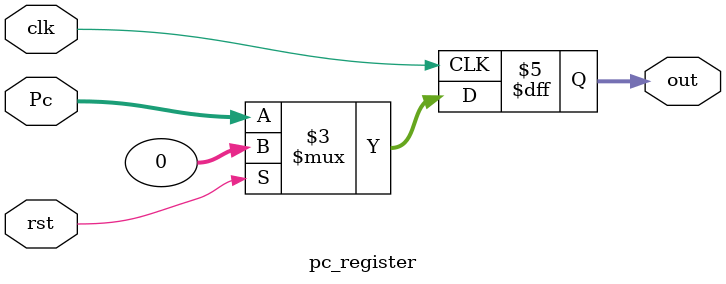
<source format=v>
module pc_register(input [31:0] Pc, input clk, rst, output reg[31:0] out);

	always@(posedge clk)begin
		if(rst)
			out <= 32'b0;
		else
			out <= Pc;
	end
		
endmodule	
</source>
